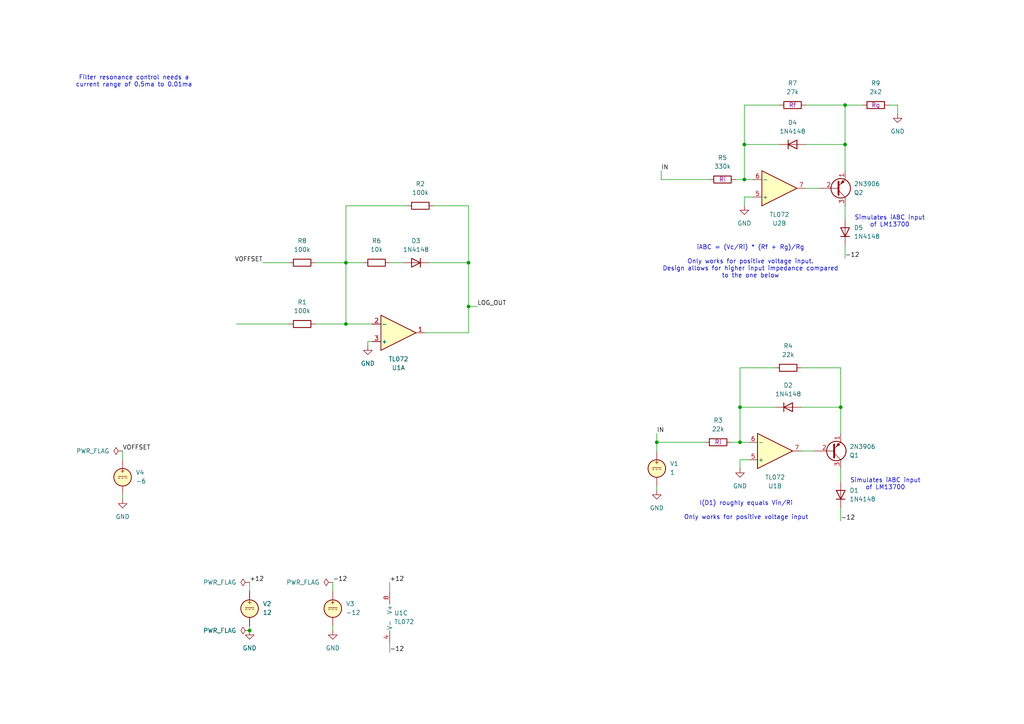
<source format=kicad_sch>
(kicad_sch (version 20231120) (generator "eeschema") (generator_version "8.0")
  (paper "A4")
  (lib_symbols
    (symbol "Amplifier_Operational:TL072" (pin_names (offset 0.127))
      (property "Reference" "U" (at 0 5.08 0))
      (property "Value" "TL072" (at 0 -5.08 0))
      (symbol "TL072_1_1"
        (polyline (pts (xy -5.08 5.08) (xy 5.08 0) (xy -5.08 -5.08) (xy -5.08 5.08)) (stroke (width 0.254)) (fill (type background)))
        (pin output line (at 7.62 0 180) (length 2.54) (name "~") (number "1"))
        (pin input line (at -7.62 -2.54 0) (length 2.54) (name "-") (number "2"))
        (pin input line (at -7.62 2.54 0) (length 2.54) (name "+") (number "3"))
      )
      (symbol "TL072_2_1"
        (polyline (pts (xy -5.08 5.08) (xy 5.08 0) (xy -5.08 -5.08) (xy -5.08 5.08)) (stroke (width 0.254)) (fill (type background)))
        (pin input line (at -7.62 2.54 0) (length 2.54) (name "+") (number "5"))
        (pin input line (at -7.62 -2.54 0) (length 2.54) (name "-") (number "6"))
        (pin output line (at 7.62 0 180) (length 2.54) (name "~") (number "7"))
      )
      (symbol "TL072_3_1"
        (pin power_in line (at -2.54 -7.62 90) (length 3.81) (name "V-") (number "4"))
        (pin power_in line (at -2.54 7.62 270) (length 3.81) (name "V+") (number "8"))
      )
    )
    (symbol "Device:R" (pin_numbers hide) (pin_names (offset 0))
      (property "Reference" "R" (at 2.032 0 90))
      (property "Value" "R" (at 0 0 90))
      (symbol "R_0_1"
        (rectangle (start -1.016 -2.54) (end 1.016 2.54) (stroke (width 0.254)))
      )
      (symbol "R_1_1"
        (pin passive line (at 0 3.81 270) (length 1.27) (name "~") (number "1"))
        (pin passive line (at 0 -3.81 90) (length 1.27) (name "~") (number "2"))
      )
    )
    (symbol "Diode:1N4148" (pin_numbers hide) (pin_names hide)
      (property "Reference" "D" (at 0 2.54 0))
      (property "Value" "1N4148" (at 0 -2.54 0))
      (symbol "1N4148_0_1"
        (polyline (pts (xy -1.27 1.27) (xy -1.27 -1.27)) (stroke (width 0.254)))
        (polyline (pts (xy 1.27 0) (xy -1.27 0)))
        (polyline (pts (xy 1.27 1.27) (xy 1.27 -1.27) (xy -1.27 0) (xy 1.27 1.27)) (stroke (width 0.254)))
      )
      (symbol "1N4148_1_1"
        (pin passive line (at -3.81 0 0) (length 2.54) (name "K") (number "1"))
        (pin passive line (at 3.81 0 180) (length 2.54) (name "A") (number "2"))
      )
    )
    (symbol "Simulation_SPICE:VDC" (pin_numbers hide) (pin_names (offset 0.0254))
      (property "Reference" "V" (at 2.54 2.54 0))
      (property "Value" "1" (at 2.54 0 0))
      (symbol "VDC_0_0"
        (polyline (pts (xy -1.27 0.254) (xy 1.27 0.254)))
        (polyline (pts (xy -0.762 -0.254) (xy -1.27 -0.254)))
        (polyline (pts (xy 0.254 -0.254) (xy -0.254 -0.254)))
        (polyline (pts (xy 1.27 -0.254) (xy 0.762 -0.254)))
        (text "+" (at 0 1.905 0) (effects (font (size 1.27 1.27))))
      )
      (symbol "VDC_0_1"
        (circle (center 0 0) (radius 2.54) (stroke (width 0.254)) (fill (type background)))
      )
      (symbol "VDC_1_1"
        (pin passive line (at 0 5.08 270) (length 2.54) (name "~") (number "1"))
        (pin passive line (at 0 -5.08 90) (length 2.54) (name "~") (number "2"))
      )
    )
    (symbol "Transistor_BJT:2N3906" (pin_names (offset 0) hide)
      (property "Reference" "Q" (at 5.08 1.905 0))
      (property "Value" "2N3906" (at 5.08 0 0))
      (symbol "2N3906_0_1"
        (polyline (pts (xy 0.635 0.635) (xy 2.54 2.54)))
        (polyline (pts (xy 0.635 -0.635) (xy 2.54 -2.54) (xy 2.54 -2.54)))
        (polyline (pts (xy 0.635 1.905) (xy 0.635 -1.905) (xy 0.635 -1.905)) (stroke (width 0.508)))
        (polyline (pts (xy 2.286 -1.778) (xy 1.778 -2.286) (xy 1.27 -1.27) (xy 2.286 -1.778) (xy 2.286 -1.778)) (fill (type outline)))
        (circle (center 1.27 0) (radius 2.8194) (stroke (width 0.254)))
      )
      (symbol "2N3906_1_1"
        (pin passive line (at 2.54 -5.08 90) (length 2.54) (name "E") (number "1"))
        (pin input line (at -5.08 0 0) (length 5.715) (name "B") (number "2"))
        (pin passive line (at 2.54 5.08 270) (length 2.54) (name "C") (number "3"))
      )
    )
    (symbol "power:GND" (power) (pin_numbers hide) (pin_names (offset 0) hide)
      (property "Value" "GND" (at 0 -3.81 0))
      (symbol "GND_0_1"
        (polyline (pts (xy 0 0) (xy 0 -1.27) (xy 1.27 -1.27) (xy 0 -2.54) (xy -1.27 -1.27) (xy 0 -1.27)))
      )
      (symbol "GND_1_1"
        (pin power_in line (at 0 0 270) (length 0) (name "~") (number "1"))
      )
    )
    (symbol "power:PWR_FLAG" (power) (pin_numbers hide) (pin_names (offset 0) hide)
      (property "Value" "PWR_FLAG" (at 0 3.81 0))
      (symbol "PWR_FLAG_0_0"
        (pin power_out line (at 0 0 90) (length 0) (name "~") (number "1"))
      )
      (symbol "PWR_FLAG_0_1"
        (polyline (pts (xy 0 0) (xy 0 1.27) (xy -1.016 1.905) (xy 0 2.54) (xy 1.016 1.905) (xy 0 1.27)))
      )
    )
  )
  (junction (at 135.89 76.2))
  (junction (at 72.39 182.88))
  (junction (at 100.33 76.2))
  (junction (at 214.63 128.27))
  (junction (at 190.5 128.27))
  (junction (at 135.89 88.9))
  (junction (at 215.9 52.07))
  (junction (at 215.9 41.91))
  (junction (at 214.63 118.11))
  (junction (at 245.11 41.91))
  (junction (at 243.84 118.11))
  (junction (at 100.33 93.98))
  (junction (at 245.11 30.48))
  (wire (pts (xy 215.9 52.07) (xy 218.44 52.07)))
  (wire (pts (xy 190.5 128.27) (xy 204.47 128.27)))
  (wire (pts (xy 100.33 93.98) (xy 107.95 93.98)))
  (wire (pts (xy 213.36 52.07) (xy 215.9 52.07)))
  (wire (pts (xy 243.84 147.32) (xy 243.84 151.13)))
  (wire (pts (xy 218.44 57.15) (xy 215.9 57.15)))
  (wire (pts (xy 257.81 30.48) (xy 260.35 30.48)))
  (wire (pts (xy 214.63 118.11) (xy 224.79 118.11)))
  (wire (pts (xy 100.33 76.2) (xy 100.33 93.98)))
  (wire (pts (xy 100.33 59.69) (xy 100.33 76.2)))
  (wire (pts (xy 214.63 118.11) (xy 214.63 106.68)))
  (wire (pts (xy 106.68 99.06) (xy 106.68 100.33)))
  (wire (pts (xy 243.84 135.89) (xy 243.84 139.7)))
  (wire (pts (xy 245.11 30.48) (xy 250.19 30.48)))
  (wire (pts (xy 233.68 41.91) (xy 245.11 41.91)))
  (wire (pts (xy 214.63 128.27) (xy 217.17 128.27)))
  (wire (pts (xy 233.68 54.61) (xy 237.49 54.61)))
  (wire (pts (xy 243.84 118.11) (xy 243.84 125.73)))
  (wire (pts (xy 118.11 59.69) (xy 100.33 59.69)))
  (wire (pts (xy 215.9 41.91) (xy 226.06 41.91)))
  (wire (pts (xy 245.11 71.12) (xy 245.11 74.93)))
  (wire (pts (xy 215.9 57.15) (xy 215.9 59.69)))
  (wire (pts (xy 217.17 133.35) (xy 214.63 133.35)))
  (wire (pts (xy 245.11 30.48) (xy 245.11 41.91)))
  (wire (pts (xy 190.5 142.24) (xy 190.5 140.97)))
  (wire (pts (xy 96.52 182.88) (xy 96.52 181.61)))
  (wire (pts (xy 135.89 88.9) (xy 135.89 76.2)))
  (wire (pts (xy 215.9 30.48) (xy 226.06 30.48)))
  (wire (pts (xy 113.03 76.2) (xy 116.84 76.2)))
  (wire (pts (xy 124.46 76.2) (xy 135.89 76.2)))
  (wire (pts (xy 135.89 59.69) (xy 135.89 76.2)))
  (wire (pts (xy 214.63 106.68) (xy 224.79 106.68)))
  (wire (pts (xy 243.84 106.68) (xy 243.84 118.11)))
  (wire (pts (xy 232.41 130.81) (xy 236.22 130.81)))
  (wire (pts (xy 245.11 41.91) (xy 245.11 49.53)))
  (wire (pts (xy 107.95 99.06) (xy 106.68 99.06)))
  (wire (pts (xy 113.03 186.69) (xy 113.03 189.23)))
  (wire (pts (xy 100.33 76.2) (xy 105.41 76.2)))
  (wire (pts (xy 260.35 30.48) (xy 260.35 33.02)))
  (wire (pts (xy 212.09 128.27) (xy 214.63 128.27)))
  (wire (pts (xy 214.63 128.27) (xy 214.63 118.11)))
  (wire (pts (xy 190.5 125.73) (xy 190.5 128.27)))
  (wire (pts (xy 190.5 128.27) (xy 190.5 130.81)))
  (wire (pts (xy 232.41 106.68) (xy 243.84 106.68)))
  (wire (pts (xy 91.44 93.98) (xy 100.33 93.98)))
  (wire (pts (xy 191.77 52.07) (xy 205.74 52.07)))
  (wire (pts (xy 232.41 118.11) (xy 243.84 118.11)))
  (wire (pts (xy 125.73 59.69) (xy 135.89 59.69)))
  (wire (pts (xy 123.19 96.52) (xy 135.89 96.52)))
  (wire (pts (xy 72.39 182.88) (xy 72.39 181.61)))
  (wire (pts (xy 76.2 76.2) (xy 83.82 76.2)))
  (wire (pts (xy 35.56 130.81) (xy 35.56 133.35)))
  (wire (pts (xy 233.68 30.48) (xy 245.11 30.48)))
  (wire (pts (xy 72.39 168.91) (xy 72.39 171.45)))
  (wire (pts (xy 215.9 41.91) (xy 215.9 30.48)))
  (wire (pts (xy 215.9 52.07) (xy 215.9 41.91)))
  (wire (pts (xy 214.63 133.35) (xy 214.63 135.89)))
  (wire (pts (xy 91.44 76.2) (xy 100.33 76.2)))
  (wire (pts (xy 35.56 144.78) (xy 35.56 143.51)))
  (wire (pts (xy 135.89 88.9) (xy 138.43 88.9)))
  (wire (pts (xy 135.89 96.52) (xy 135.89 88.9)))
  (wire (pts (xy 68.58 93.98) (xy 83.82 93.98)))
  (wire (pts (xy 191.77 49.53) (xy 191.77 52.07)))
  (wire (pts (xy 113.03 168.91) (xy 113.03 171.45)))
  (wire (pts (xy 96.52 168.91) (xy 96.52 171.45)))
  (wire (pts (xy 245.11 59.69) (xy 245.11 63.5)))
  (text "I(D1) roughly equals Vin/Ri\n\nOnly works for positive voltage input" (at 216.408 148.082 0) (effects (font (size 1.27 1.27))))
  (text "Simulates iABC input\nof LM13700" (at 258.064 64.262 0) (effects (font (size 1.27 1.27))))
  (text "iABC = (Vc/Ri) * (Rf + Rg)/Rg\n\nOnly works for positive voltage input.\nDesign allows for higher input impedance compared\nto the one below" (at 217.678 75.946 0) (effects (font (size 1.27 1.27))))
  (text "Filter resonance control needs a\ncurrent range of 0.5ma to 0.01ma" (at 38.862 23.622 0) (effects (font (size 1.27 1.27))))
  (text "Simulates iABC input\nof LM13700" (at 256.794 140.462 0) (effects (font (size 1.27 1.27))))
  (label "VOFFSET" (at 76.2 76.2 180))
  (label "-12" (at 243.84 151.13 0))
  (label "+12" (at 113.03 168.91 0))
  (label "+12" (at 72.39 168.91 0))
  (label "IN" (at 191.77 49.53 0))
  (label "-12" (at 245.11 74.93 0))
  (label "-12" (at 113.03 189.23 0))
  (label "-12" (at 96.52 168.91 0))
  (label "IN" (at 190.5 125.73 0))
  (label "LOG_OUT" (at 138.43 88.9 0))
  (label "VOFFSET" (at 35.56 130.81 0))
  (symbol (lib_id "Device:R") (at 254 30.48 270) (unit 1)
    (property "Reference" "R9" (at 254 24.13 90))
    (property "Value" "2k2" (at 254 26.67 90))
    (property "Description" "Rg" (at 254 30.48 90))
  )
  (symbol (lib_id "Simulation_SPICE:VDC") (at 72.39 176.53 0) (unit 1)
    (property "Reference" "V2" (at 76.2 175.1301 0) (effects (justify left)))
    (property "Value" "12" (at 76.2 177.6701 0) (effects (justify left)))
    (property "Datasheet" "https://ngspice.sourceforge.io/docs/ngspice-html-manual/manual.xhtml#sec_Independent_Sources_for" (effects (hide yes)))
    (property "Description" "Voltage source, DC" (effects (hide yes)))
    (property "Sim.Pins" "1=+ 2=-" (effects (hide yes)))
    (property "Sim.Type" "DC" (effects (hide yes)))
    (property "Sim.Device" "V" (effects (hide yes)))
  )
  (symbol (lib_id "power:GND") (at 214.63 135.89 0) (unit 1)
    (property "Reference" "#PWR05" (effects (hide yes)))
    (property "Value" "GND" (at 214.63 140.97 0))
    (property "Description" "Power symbol creates a global label with name \"GND\" , ground" (effects (hide yes)))
  )
  (symbol (lib_id "power:GND") (at 106.68 100.33 0) (unit 1)
    (property "Reference" "#PWR04" (effects (hide yes)))
    (property "Value" "GND" (at 106.68 105.41 0))
    (property "Description" "Power symbol creates a global label with name \"GND\" , ground" (effects (hide yes)))
  )
  (symbol (lib_id "Device:R") (at 208.28 128.27 90) (unit 1)
    (property "Reference" "R3" (at 208.28 121.92 90))
    (property "Value" "22k" (at 208.28 124.46 90))
    (property "Description" "Ri" (at 208.28 128.27 90))
  )
  (symbol (lib_id "power:GND") (at 215.9 59.69 0) (unit 1)
    (property "Reference" "#PWR08" (effects (hide yes)))
    (property "Value" "GND" (at 215.9 64.77 0))
    (property "Description" "Power symbol creates a global label with name \"GND\" , ground" (effects (hide yes)))
  )
  (symbol (lib_id "power:GND") (at 35.56 144.78 0) (unit 1)
    (property "Reference" "#PWR07" (effects (hide yes)))
    (property "Value" "GND" (at 35.56 149.86 0))
    (property "Description" "Power symbol creates a global label with name \"GND\" , ground" (effects (hide yes)))
  )
  (symbol (lib_id "power:PWR_FLAG") (at 96.52 168.91 90) (unit 1)
    (property "Reference" "#FLG02" (effects (hide yes)))
    (property "Value" "PWR_FLAG" (at 92.71 168.9099 90) (effects (justify left)))
    (property "Description" "Special symbol for telling ERC where power comes from" (effects (hide yes)))
  )
  (symbol (lib_id "Device:R") (at 87.63 93.98 90) (unit 1)
    (property "Reference" "R1" (at 87.63 87.63 90))
    (property "Value" "100k" (at 87.63 90.17 90))
    (property "Description" "Resistor" (effects (hide yes)))
  )
  (symbol (lib_id "Amplifier_Operational:TL072") (at 226.06 54.61 0) (mirror x) (unit 2)
    (property "Reference" "U2" (at 226.06 64.77 0))
    (property "Value" "TL072" (at 226.06 62.23 0))
    (property "Datasheet" "http://www.ti.com/lit/ds/symlink/tl071.pdf" (effects (hide yes)))
    (property "Description" "Dual Low-Noise JFET-Input Operational Amplifiers, DIP-8/SOIC-8" (effects (hide yes)))
    (property "Sim.Library" "TL072-dual.lib" (effects (hide yes)))
    (property "Sim.Name" "TL072c" (effects (hide yes)))
    (property "Sim.Device" "SUBCKT" (effects (hide yes)))
    (property "Sim.Pins" "1=1out 2=1in- 3=1in+ 4=vcc- 5=2in+ 6=2in- 7=2out 8=vcc+" (effects (hide yes)))
  )
  (symbol (lib_id "Device:R") (at 209.55 52.07 90) (unit 1)
    (property "Reference" "R5" (at 209.55 45.72 90))
    (property "Value" "330k" (at 209.55 48.26 90))
    (property "Description" "Ri" (at 209.55 52.07 90))
  )
  (symbol (lib_id "Simulation_SPICE:VDC") (at 190.5 135.89 0) (unit 1)
    (property "Reference" "V1" (at 194.31 134.4901 0) (effects (justify left)))
    (property "Value" "1" (at 194.31 137.0301 0) (effects (justify left)))
    (property "Datasheet" "https://ngspice.sourceforge.io/docs/ngspice-html-manual/manual.xhtml#sec_Independent_Sources_for" (effects (hide yes)))
    (property "Description" "Voltage source, DC" (effects (hide yes)))
    (property "Sim.Pins" "1=+ 2=-" (effects (hide yes)))
    (property "Sim.Type" "DC" (effects (hide yes)))
    (property "Sim.Device" "V" (effects (hide yes)))
  )
  (symbol (lib_id "Diode:1N4148") (at 245.11 67.31 90) (unit 1)
    (property "Reference" "D5" (at 247.65 66.0399 90) (effects (justify right)))
    (property "Value" "1N4148" (at 247.65 68.5799 90) (effects (justify right)))
    (property "Footprint" "Diode_THT:D_DO-35_SOD27_P7.62mm_Horizontal" (effects (hide yes)))
    (property "Datasheet" "https://assets.nexperia.com/documents/data-sheet/1N4148_1N4448.pdf" (effects (hide yes)))
    (property "Description" "100V 0.15A standard switching diode, DO-35" (effects (hide yes)))
    (property "Sim.Device" "D" (effects (hide yes)))
    (property "Sim.Pins" "1=K 2=A" (effects (hide yes)))
  )
  (symbol (lib_id "power:GND") (at 72.39 182.88 0) (unit 1)
    (property "Reference" "#PWR02" (effects (hide yes)))
    (property "Value" "GND" (at 72.39 187.96 0))
    (property "Description" "Power symbol creates a global label with name \"GND\" , ground" (effects (hide yes)))
  )
  (symbol (lib_id "power:GND") (at 96.52 182.88 0) (unit 1)
    (property "Reference" "#PWR03" (effects (hide yes)))
    (property "Value" "GND" (at 96.52 187.96 0))
    (property "Description" "Power symbol creates a global label with name \"GND\" , ground" (effects (hide yes)))
  )
  (symbol (lib_id "Diode:1N4148") (at 243.84 143.51 90) (unit 1)
    (property "Reference" "D1" (at 246.38 142.2399 90) (effects (justify right)))
    (property "Value" "1N4148" (at 246.38 144.7799 90) (effects (justify right)))
    (property "Footprint" "Diode_THT:D_DO-35_SOD27_P7.62mm_Horizontal" (effects (hide yes)))
    (property "Datasheet" "https://assets.nexperia.com/documents/data-sheet/1N4148_1N4448.pdf" (effects (hide yes)))
    (property "Description" "100V 0.15A standard switching diode, DO-35" (effects (hide yes)))
    (property "Sim.Device" "D" (effects (hide yes)))
    (property "Sim.Pins" "1=K 2=A" (effects (hide yes)))
  )
  (symbol (lib_id "Device:R") (at 121.92 59.69 90) (unit 1)
    (property "Reference" "R2" (at 121.92 53.34 90))
    (property "Value" "100k" (at 121.92 55.88 90))
    (property "Description" "Resistor" (effects (hide yes)))
  )
  (symbol (lib_id "Diode:1N4148") (at 229.87 41.91 0) (unit 1)
    (property "Reference" "D4" (at 229.87 35.56 0))
    (property "Value" "1N4148" (at 229.87 38.1 0))
    (property "Footprint" "Diode_THT:D_DO-35_SOD27_P7.62mm_Horizontal" (effects (hide yes)))
    (property "Datasheet" "https://assets.nexperia.com/documents/data-sheet/1N4148_1N4448.pdf" (effects (hide yes)))
    (property "Description" "100V 0.15A standard switching diode, DO-35" (effects (hide yes)))
    (property "Sim.Device" "D" (effects (hide yes)))
    (property "Sim.Pins" "1=K 2=A" (effects (hide yes)))
  )
  (symbol (lib_id "Device:R") (at 229.87 30.48 270) (unit 1)
    (property "Reference" "R7" (at 229.87 24.13 90))
    (property "Value" "27k" (at 229.87 26.67 90))
    (property "Description" "Rf" (at 229.87 30.48 90))
  )
  (symbol (lib_id "Device:R") (at 87.63 76.2 90) (unit 1)
    (property "Reference" "R8" (at 87.63 69.85 90))
    (property "Value" "100k" (at 87.63 72.39 90))
    (property "Description" "Resistor" (effects (hide yes)))
  )
  (symbol (lib_id "power:PWR_FLAG") (at 72.39 168.91 90) (unit 1)
    (property "Reference" "#FLG01" (effects (hide yes)))
    (property "Value" "PWR_FLAG" (at 68.58 168.9099 90) (effects (justify left)))
    (property "Description" "Special symbol for telling ERC where power comes from" (effects (hide yes)))
  )
  (symbol (lib_id "power:PWR_FLAG") (at 72.39 182.88 90) (unit 1)
    (property "Reference" "#FLG03" (effects (hide yes)))
    (property "Value" "PWR_FLAG" (at 68.58 182.8799 90) (effects (justify left)))
    (property "Description" "Special symbol for telling ERC where power comes from" (effects (hide yes)))
  )
  (symbol (lib_id "Transistor_BJT:2N3906") (at 242.57 54.61 0) (mirror x) (unit 1)
    (property "Reference" "Q2" (at 247.65 55.8801 0) (effects (justify left)))
    (property "Value" "2N3906" (at 247.65 53.3401 0) (effects (justify left)))
    (property "Footprint" "Package_TO_SOT_THT:TO-92_Inline" (effects (hide yes)))
    (property "Datasheet" "https://www.onsemi.com/pub/Collateral/2N3906-D.PDF" (effects (hide yes)))
    (property "Description" "-0.2A Ic, -40V Vce, Small Signal PNP Transistor, TO-92" (effects (hide yes)))
    (property "Sim.Library" "2N3906.LIB" (effects (hide yes)))
    (property "Sim.Name" "q2n3906" (effects (hide yes)))
    (property "Sim.Device" "PNP" (effects (hide yes)))
    (property "Sim.Type" "GUMMELPOON" (effects (hide yes)))
    (property "Sim.Pins" "1=E 2=B 3=C" (effects (hide yes)))
  )
  (symbol (lib_id "Device:R") (at 109.22 76.2 90) (unit 1)
    (property "Reference" "R6" (at 109.22 69.85 90))
    (property "Value" "10k" (at 109.22 72.39 90))
    (property "Description" "Resistor" (effects (hide yes)))
  )
  (symbol (lib_id "Diode:1N4148") (at 228.6 118.11 0) (unit 1)
    (property "Reference" "D2" (at 228.6 111.76 0))
    (property "Value" "1N4148" (at 228.6 114.3 0))
    (property "Footprint" "Diode_THT:D_DO-35_SOD27_P7.62mm_Horizontal" (effects (hide yes)))
    (property "Datasheet" "https://assets.nexperia.com/documents/data-sheet/1N4148_1N4448.pdf" (effects (hide yes)))
    (property "Description" "100V 0.15A standard switching diode, DO-35" (effects (hide yes)))
    (property "Sim.Device" "D" (effects (hide yes)))
    (property "Sim.Pins" "1=K 2=A" (effects (hide yes)))
  )
  (symbol (lib_id "Simulation_SPICE:VDC") (at 35.56 138.43 0) (unit 1)
    (property "Reference" "V4" (at 39.37 137.0301 0) (effects (justify left)))
    (property "Value" "-6" (at 39.37 139.5701 0) (effects (justify left)))
    (property "Datasheet" "https://ngspice.sourceforge.io/docs/ngspice-html-manual/manual.xhtml#sec_Independent_Sources_for" (effects (hide yes)))
    (property "Description" "Voltage source, DC" (effects (hide yes)))
    (property "Sim.Pins" "1=+ 2=-" (effects (hide yes)))
    (property "Sim.Type" "DC" (effects (hide yes)))
    (property "Sim.Device" "V" (effects (hide yes)))
  )
  (symbol (lib_id "power:GND") (at 260.35 33.02 0) (unit 1)
    (property "Reference" "#PWR09" (effects (hide yes)))
    (property "Value" "GND" (at 260.35 38.1 0))
    (property "Description" "Power symbol creates a global label with name \"GND\" , ground" (effects (hide yes)))
  )
  (symbol (lib_id "power:GND") (at 190.5 142.24 0) (unit 1)
    (property "Reference" "#PWR01" (effects (hide yes)))
    (property "Value" "GND" (at 190.5 147.32 0))
    (property "Description" "Power symbol creates a global label with name \"GND\" , ground" (effects (hide yes)))
  )
  (symbol (lib_id "Device:R") (at 228.6 106.68 270) (unit 1)
    (property "Reference" "R4" (at 228.6 100.33 90))
    (property "Value" "22k" (at 228.6 102.87 90))
    (property "Description" "Resistor" (effects (hide yes)))
  )
  (symbol (lib_id "Amplifier_Operational:TL072") (at 115.57 179.07 0) (unit 3)
    (property "Reference" "U1" (at 114.3 177.7999 0) (effects (justify left)))
    (property "Value" "TL072" (at 114.3 180.3399 0) (effects (justify left)))
    (property "Datasheet" "http://www.ti.com/lit/ds/symlink/tl071.pdf" (effects (hide yes)))
    (property "Description" "Dual Low-Noise JFET-Input Operational Amplifiers, DIP-8/SOIC-8" (effects (hide yes)))
    (property "Sim.Library" "TL072-dual.lib" (effects (hide yes)))
    (property "Sim.Name" "TL072c" (effects (hide yes)))
    (property "Sim.Device" "SUBCKT" (effects (hide yes)))
    (property "Sim.Pins" "1=1out 2=1in- 3=1in+ 4=vcc- 5=2in+ 6=2in- 7=2out 8=vcc+" (effects (hide yes)))
  )
  (symbol (lib_id "Amplifier_Operational:TL072") (at 115.57 96.52 0) (mirror x) (unit 1)
    (property "Reference" "U1" (at 115.57 106.68 0))
    (property "Value" "TL072" (at 115.57 104.14 0))
    (property "Datasheet" "http://www.ti.com/lit/ds/symlink/tl071.pdf" (effects (hide yes)))
    (property "Description" "Dual Low-Noise JFET-Input Operational Amplifiers, DIP-8/SOIC-8" (effects (hide yes)))
    (property "Sim.Library" "TL072-dual.lib" (effects (hide yes)))
    (property "Sim.Name" "TL072c" (effects (hide yes)))
    (property "Sim.Device" "SUBCKT" (effects (hide yes)))
    (property "Sim.Pins" "1=1out 2=1in- 3=1in+ 4=vcc- 5=2in+ 6=2in- 7=2out 8=vcc+" (effects (hide yes)))
  )
  (symbol (lib_id "power:PWR_FLAG") (at 35.56 130.81 90) (unit 1)
    (property "Reference" "#FLG04" (effects (hide yes)))
    (property "Value" "PWR_FLAG" (at 31.75 130.8099 90) (effects (justify left)))
    (property "Description" "Special symbol for telling ERC where power comes from" (effects (hide yes)))
  )
  (symbol (lib_id "Amplifier_Operational:TL072") (at 224.79 130.81 0) (mirror x) (unit 2)
    (property "Reference" "U1" (at 224.79 140.97 0))
    (property "Value" "TL072" (at 224.79 138.43 0))
    (property "Datasheet" "http://www.ti.com/lit/ds/symlink/tl071.pdf" (effects (hide yes)))
    (property "Description" "Dual Low-Noise JFET-Input Operational Amplifiers, DIP-8/SOIC-8" (effects (hide yes)))
    (property "Sim.Library" "TL072-dual.lib" (effects (hide yes)))
    (property "Sim.Name" "TL072c" (effects (hide yes)))
    (property "Sim.Device" "SUBCKT" (effects (hide yes)))
    (property "Sim.Pins" "1=1out 2=1in- 3=1in+ 4=vcc- 5=2in+ 6=2in- 7=2out 8=vcc+" (effects (hide yes)))
  )
  (symbol (lib_id "Diode:1N4148") (at 120.65 76.2 180) (unit 1)
    (property "Reference" "D3" (at 120.65 69.85 0))
    (property "Value" "1N4148" (at 120.65 72.39 0))
    (property "Footprint" "Diode_THT:D_DO-35_SOD27_P7.62mm_Horizontal" (effects (hide yes)))
    (property "Datasheet" "https://assets.nexperia.com/documents/data-sheet/1N4148_1N4448.pdf" (effects (hide yes)))
    (property "Description" "100V 0.15A standard switching diode, DO-35" (effects (hide yes)))
    (property "Sim.Device" "D" (effects (hide yes)))
    (property "Sim.Pins" "1=K 2=A" (effects (hide yes)))
  )
  (symbol (lib_id "Simulation_SPICE:VDC") (at 96.52 176.53 0) (unit 1)
    (property "Reference" "V3" (at 100.33 175.1301 0) (effects (justify left)))
    (property "Value" "-12" (at 100.33 177.6701 0) (effects (justify left)))
    (property "Datasheet" "https://ngspice.sourceforge.io/docs/ngspice-html-manual/manual.xhtml#sec_Independent_Sources_for" (effects (hide yes)))
    (property "Description" "Voltage source, DC" (effects (hide yes)))
    (property "Sim.Pins" "1=+ 2=-" (effects (hide yes)))
    (property "Sim.Type" "DC" (effects (hide yes)))
    (property "Sim.Device" "V" (effects (hide yes)))
  )
  (symbol (lib_id "Transistor_BJT:2N3906") (at 241.3 130.81 0) (mirror x) (unit 1)
    (property "Reference" "Q1" (at 246.38 132.0801 0) (effects (justify left)))
    (property "Value" "2N3906" (at 246.38 129.5401 0) (effects (justify left)))
    (property "Footprint" "Package_TO_SOT_THT:TO-92_Inline" (effects (hide yes)))
    (property "Datasheet" "https://www.onsemi.com/pub/Collateral/2N3906-D.PDF" (effects (hide yes)))
    (property "Description" "-0.2A Ic, -40V Vce, Small Signal PNP Transistor, TO-92" (effects (hide yes)))
    (property "Sim.Library" "2N3906.LIB" (effects (hide yes)))
    (property "Sim.Name" "q2n3906" (effects (hide yes)))
    (property "Sim.Device" "PNP" (effects (hide yes)))
    (property "Sim.Type" "GUMMELPOON" (effects (hide yes)))
    (property "Sim.Pins" "1=E 2=B 3=C" (effects (hide yes)))
  )
)
</source>
